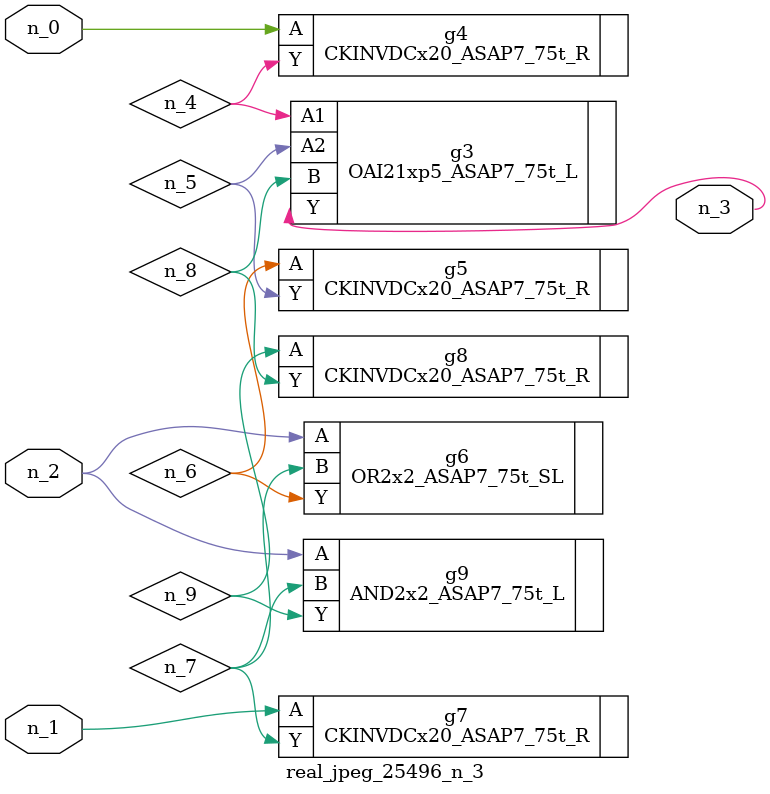
<source format=v>
module real_jpeg_25496_n_3 (n_1, n_0, n_2, n_3);

input n_1;
input n_0;
input n_2;

output n_3;

wire n_5;
wire n_4;
wire n_8;
wire n_6;
wire n_7;
wire n_9;

CKINVDCx20_ASAP7_75t_R g4 ( 
.A(n_0),
.Y(n_4)
);

CKINVDCx20_ASAP7_75t_R g7 ( 
.A(n_1),
.Y(n_7)
);

OR2x2_ASAP7_75t_SL g6 ( 
.A(n_2),
.B(n_7),
.Y(n_6)
);

AND2x2_ASAP7_75t_L g9 ( 
.A(n_2),
.B(n_7),
.Y(n_9)
);

OAI21xp5_ASAP7_75t_L g3 ( 
.A1(n_4),
.A2(n_5),
.B(n_8),
.Y(n_3)
);

CKINVDCx20_ASAP7_75t_R g5 ( 
.A(n_6),
.Y(n_5)
);

CKINVDCx20_ASAP7_75t_R g8 ( 
.A(n_9),
.Y(n_8)
);


endmodule
</source>
